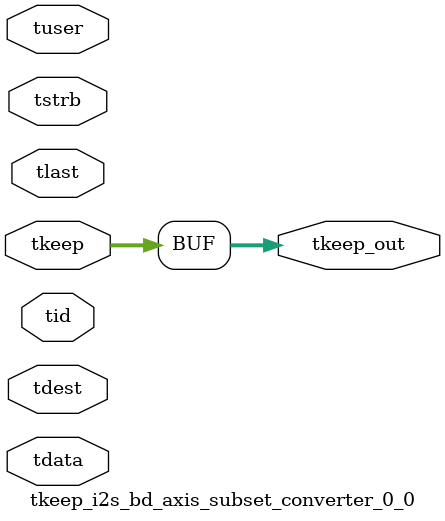
<source format=v>


`timescale 1ps/1ps

module tkeep_i2s_bd_axis_subset_converter_0_0 #
(
parameter C_S_AXIS_TDATA_WIDTH = 32,
parameter C_S_AXIS_TUSER_WIDTH = 0,
parameter C_S_AXIS_TID_WIDTH   = 0,
parameter C_S_AXIS_TDEST_WIDTH = 0,
parameter C_M_AXIS_TDATA_WIDTH = 32
)
(
input  [(C_S_AXIS_TDATA_WIDTH == 0 ? 1 : C_S_AXIS_TDATA_WIDTH)-1:0     ] tdata,
input  [(C_S_AXIS_TUSER_WIDTH == 0 ? 1 : C_S_AXIS_TUSER_WIDTH)-1:0     ] tuser,
input  [(C_S_AXIS_TID_WIDTH   == 0 ? 1 : C_S_AXIS_TID_WIDTH)-1:0       ] tid,
input  [(C_S_AXIS_TDEST_WIDTH == 0 ? 1 : C_S_AXIS_TDEST_WIDTH)-1:0     ] tdest,
input  [(C_S_AXIS_TDATA_WIDTH/8)-1:0 ] tkeep,
input  [(C_S_AXIS_TDATA_WIDTH/8)-1:0 ] tstrb,
input                                                                    tlast,
output [(C_M_AXIS_TDATA_WIDTH/8)-1:0 ] tkeep_out
);

assign tkeep_out = {tkeep[3:0]};

endmodule


</source>
